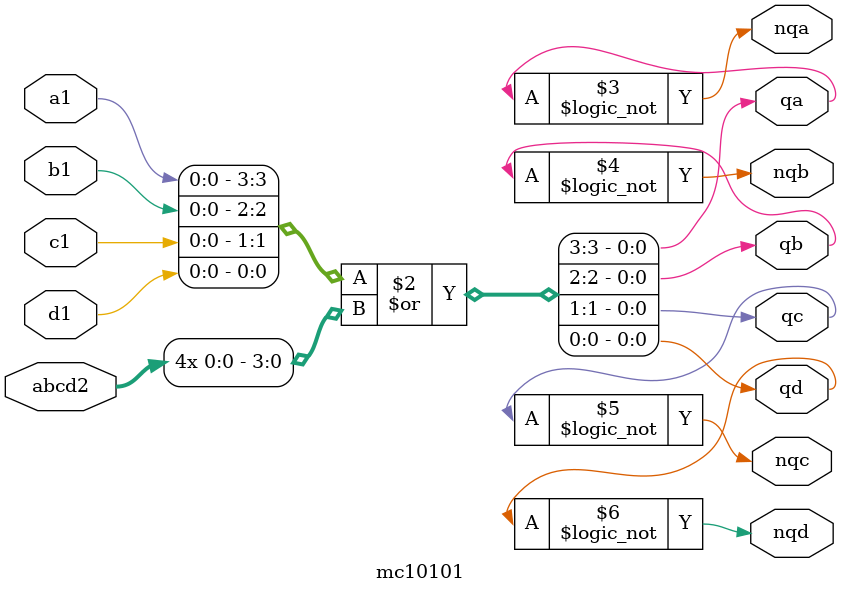
<source format=sv>
module mc10101(input bit a1, b1, c1, d1, abcd2,
	       output bit nqa, qa,
	       output bit nqb, qb,
	       output bit nqc, qc,
	       output bit nqd, qd);
   
always_comb begin
   {qa, qb, qc, qd} = {a1, b1, c1, d1} | {4{abcd2}};
   nqa = !qa;
   nqb = !qb;
   nqc = !qc;
   nqd = !qd;
end


endmodule // mc10101

</source>
